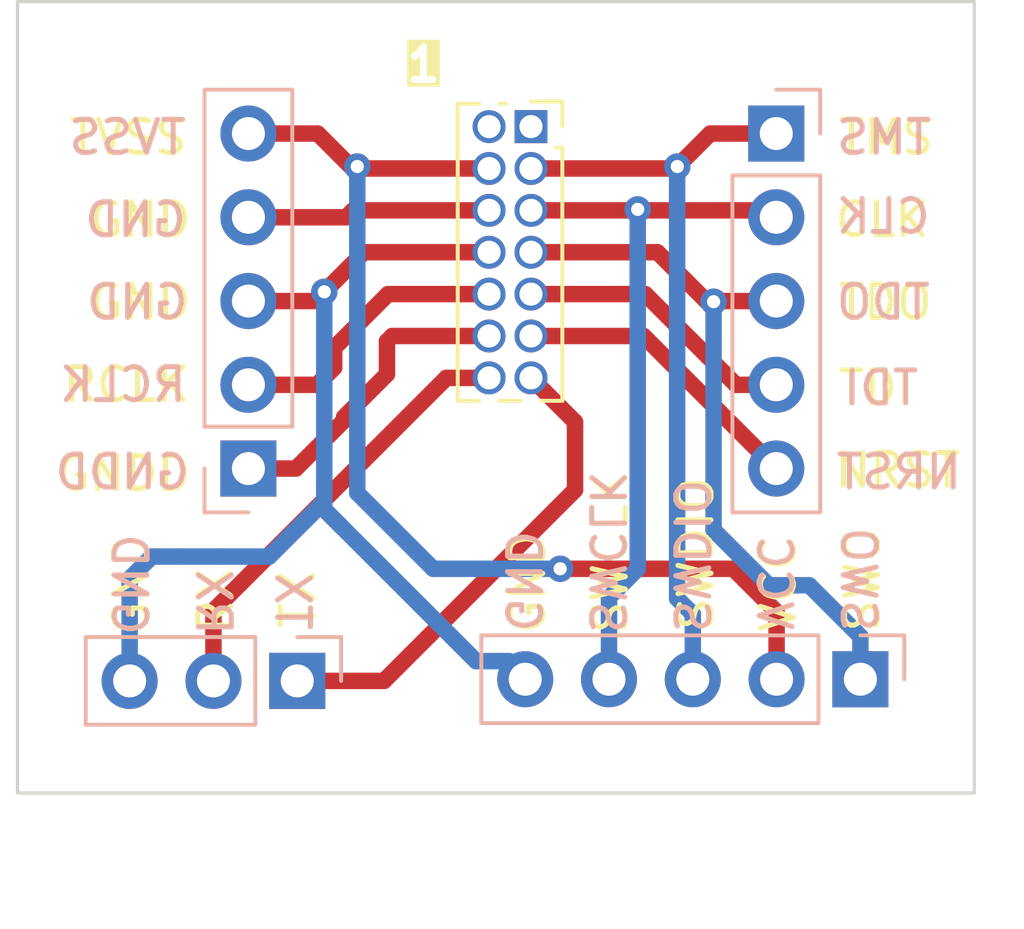
<source format=kicad_pcb>
(kicad_pcb (version 20221018) (generator pcbnew)
  (layers (0 "F.Cu" signal) (31 "B.Cu" signal) (34 "B.Paste" user) (35 "F.Paste" user) (36 "B.SilkS" user "B.Silkscreen") (37 "F.SilkS" user "F.Silkscreen") (38 "B.Mask" user) (39 "F.Mask" user) (44 "Edge.Cuts" user))
  (net 0 "")
  (net 3 "/T_VCC")
  (net 4 "/T_JTMS{slash}T_SWDIO")
  (net 5 "/T_JCLK{slash}T_SWCLK")
  (net 6 "/T_JTDO{slash}T_SWO")
  (net 7 "/T_JRCLK")
  (net 8 "/T_JTDI{slash}NC")
  (net 9 "/GNDDETECT")
  (net 10 "/T_NRST")
  (net 11 "/T_VCP_RX")
  (net 12 "/T_VCP_TX")
  (net 13 "/GND1")
  (net 14 "/GND2")
  (footprint "Connector_PinSocket_1.27mm:PinSocket_2x07_P1.27mm_Vertical" (layer "F.Cu") (at 208.565 97.79)
    (fp_text reference "J1")
    (fp_text value "Conn_02x07_Odd_Even")
    (fp_line (start -2.22 -0.695) (end -2.22 8.315) (stroke (width 0.12)) (layer "F.SilkS"))
    (fp_line (start -2.22 -0.695) (end -1.57753 -0.695) (stroke (width 0.12)) (layer "F.SilkS"))
    (fp_line (start -2.22 8.315) (end -1.57753 8.315) (stroke (width 0.12)) (layer "F.SilkS"))
    (fp_line (start -0.96247 -0.695) (end -0.76 -0.695) (stroke (width 0.12)) (layer "F.SilkS"))
    (fp_line (start -0.96247 8.315) (end -0.30753 8.315) (stroke (width 0.12)) (layer "F.SilkS"))
    (fp_line (start 0 -0.76) (end 0.95 -0.76) (stroke (width 0.12)) (layer "F.SilkS"))
    (fp_line (start 0.30753 8.315) (end 0.95 8.315) (stroke (width 0.12)) (layer "F.SilkS"))
    (fp_line (start 0.76 0.635) (end 0.95 0.635) (stroke (width 0.12)) (layer "F.SilkS"))
    (fp_line (start 0.95 -0.76) (end 0.95 0) (stroke (width 0.12)) (layer "F.SilkS"))
    (fp_line (start 0.95 0.635) (end 0.95 8.315) (stroke (width 0.12)) (layer "F.SilkS"))
    (pad "1" thru_hole rect (at 0 0) (size 1 1) (drill 0.7) (layers "*.Cu" "*.Mask"))
    (pad "2" thru_hole oval (at -1.27 0) (size 1 1) (drill 0.7) (layers "*.Cu" "*.Mask"))
    (pad "3" thru_hole oval (at 0 1.27) (size 1 1) (drill 0.7) (layers "*.Cu" "*.Mask") (net 4 "/T_JTMS{slash}T_SWDIO"))
    (pad "4" thru_hole oval (at -1.27 1.27) (size 1 1) (drill 0.7) (layers "*.Cu" "*.Mask") (net 3 "/T_VCC"))
    (pad "5" thru_hole oval (at 0 2.54) (size 1 1) (drill 0.7) (layers "*.Cu" "*.Mask") (net 5 "/T_JCLK{slash}T_SWCLK"))
    (pad "6" thru_hole oval (at -1.27 2.54) (size 1 1) (drill 0.7) (layers "*.Cu" "*.Mask") (net 13 "/GND1"))
    (pad "7" thru_hole oval (at 0 3.81) (size 1 1) (drill 0.7) (layers "*.Cu" "*.Mask") (net 6 "/T_JTDO{slash}T_SWO"))
    (pad "8" thru_hole oval (at -1.27 3.81) (size 1 1) (drill 0.7) (layers "*.Cu" "*.Mask") (net 14 "/GND2"))
    (pad "9" thru_hole oval (at 0 5.08) (size 1 1) (drill 0.7) (layers "*.Cu" "*.Mask") (net 8 "/T_JTDI{slash}NC"))
    (pad "10" thru_hole oval (at -1.27 5.08) (size 1 1) (drill 0.7) (layers "*.Cu" "*.Mask") (net 7 "/T_JRCLK"))
    (pad "11" thru_hole oval (at 0 6.35) (size 1 1) (drill 0.7) (layers "*.Cu" "*.Mask") (net 10 "/T_NRST"))
    (pad "12" thru_hole oval (at -1.27 6.35) (size 1 1) (drill 0.7) (layers "*.Cu" "*.Mask") (net 9 "/GNDDETECT"))
    (pad "13" thru_hole oval (at 0 7.62) (size 1 1) (drill 0.7) (layers "*.Cu" "*.Mask") (net 12 "/T_VCP_TX"))
    (pad "14" thru_hole oval (at -1.27 7.62) (size 1 1) (drill 0.7) (layers "*.Cu" "*.Mask") (net 11 "/T_VCP_RX"))
  )
  (footprint "Connector_PinSocket_2.54mm:PinSocket_1x03_P2.54mm_Vertical" (layer "B.Cu") (at 201.48 114.6 90)
    (fp_text reference "J5")
    (fp_text value "Conn_01x03_Socket")
    (fp_line (start -1.33 -6.41) (end 1.33 -6.41) (stroke (width 0.12)) (layer "B.SilkS"))
    (fp_line (start -1.33 -1.27) (end -1.33 -6.41) (stroke (width 0.12)) (layer "B.SilkS"))
    (fp_line (start -1.33 -1.27) (end 1.33 -1.27) (stroke (width 0.12)) (layer "B.SilkS"))
    (fp_line (start 0 1.33) (end 1.33 1.33) (stroke (width 0.12)) (layer "B.SilkS"))
    (fp_line (start 1.33 -1.27) (end 1.33 -6.41) (stroke (width 0.12)) (layer "B.SilkS"))
    (fp_line (start 1.33 1.33) (end 1.33 0) (stroke (width 0.12)) (layer "B.SilkS"))
    (pad "1" thru_hole rect (at 0 0 90) (size 1.7 1.7) (drill 1) (layers "*.Cu" "*.Mask") (net 12 "/T_VCP_TX"))
    (pad "2" thru_hole oval (at 0 -2.54 90) (size 1.7 1.7) (drill 1) (layers "*.Cu" "*.Mask") (net 11 "/T_VCP_RX"))
    (pad "3" thru_hole oval (at 0 -5.08 90) (size 1.7 1.7) (drill 1) (layers "*.Cu" "*.Mask") (net 14 "/GND2"))
  )
  (footprint "Connector_PinHeader_2.54mm:PinHeader_1x05_P2.54mm_Vertical" (layer "B.Cu") (at 216 98 180)
    (fp_text reference "J2")
    (fp_text value "Conn_01x05_Socket")
    (fp_line (start -1.33 -11.49) (end 1.33 -11.49) (stroke (width 0.12)) (layer "B.SilkS"))
    (fp_line (start -1.33 -1.27) (end -1.33 -11.49) (stroke (width 0.12)) (layer "B.SilkS"))
    (fp_line (start -1.33 -1.27) (end 1.33 -1.27) (stroke (width 0.12)) (layer "B.SilkS"))
    (fp_line (start -1.33 0) (end -1.33 1.33) (stroke (width 0.12)) (layer "B.SilkS"))
    (fp_line (start -1.33 1.33) (end 0 1.33) (stroke (width 0.12)) (layer "B.SilkS"))
    (fp_line (start 1.33 -1.27) (end 1.33 -11.49) (stroke (width 0.12)) (layer "B.SilkS"))
    (pad "1" thru_hole rect (at 0 0 180) (size 1.7 1.7) (drill 1) (layers "*.Cu" "*.Mask") (net 4 "/T_JTMS{slash}T_SWDIO"))
    (pad "2" thru_hole oval (at 0 -2.54 180) (size 1.7 1.7) (drill 1) (layers "*.Cu" "*.Mask") (net 5 "/T_JCLK{slash}T_SWCLK"))
    (pad "3" thru_hole oval (at 0 -5.08 180) (size 1.7 1.7) (drill 1) (layers "*.Cu" "*.Mask") (net 6 "/T_JTDO{slash}T_SWO"))
    (pad "4" thru_hole oval (at 0 -7.62 180) (size 1.7 1.7) (drill 1) (layers "*.Cu" "*.Mask") (net 8 "/T_JTDI{slash}NC"))
    (pad "5" thru_hole oval (at 0 -10.16 180) (size 1.7 1.7) (drill 1) (layers "*.Cu" "*.Mask") (net 10 "/T_NRST"))
  )
  (footprint "Connector_PinSocket_2.54mm:PinSocket_1x05_P2.54mm_Vertical" (layer "B.Cu") (at 218.55 114.55 90)
    (fp_text reference "J4")
    (fp_text value "Conn_01x05_Socket")
    (fp_line (start -1.33 -11.49) (end 1.33 -11.49) (stroke (width 0.12)) (layer "B.SilkS"))
    (fp_line (start -1.33 -1.27) (end -1.33 -11.49) (stroke (width 0.12)) (layer "B.SilkS"))
    (fp_line (start -1.33 -1.27) (end 1.33 -1.27) (stroke (width 0.12)) (layer "B.SilkS"))
    (fp_line (start 0 1.33) (end 1.33 1.33) (stroke (width 0.12)) (layer "B.SilkS"))
    (fp_line (start 1.33 -1.27) (end 1.33 -11.49) (stroke (width 0.12)) (layer "B.SilkS"))
    (fp_line (start 1.33 1.33) (end 1.33 0) (stroke (width 0.12)) (layer "B.SilkS"))
    (pad "1" thru_hole rect (at 0 0 90) (size 1.7 1.7) (drill 1) (layers "*.Cu" "*.Mask") (net 6 "/T_JTDO{slash}T_SWO"))
    (pad "2" thru_hole oval (at 0 -2.54 90) (size 1.7 1.7) (drill 1) (layers "*.Cu" "*.Mask") (net 3 "/T_VCC"))
    (pad "3" thru_hole oval (at 0 -5.08 90) (size 1.7 1.7) (drill 1) (layers "*.Cu" "*.Mask") (net 4 "/T_JTMS{slash}T_SWDIO"))
    (pad "4" thru_hole oval (at 0 -7.62 90) (size 1.7 1.7) (drill 1) (layers "*.Cu" "*.Mask") (net 5 "/T_JCLK{slash}T_SWCLK"))
    (pad "5" thru_hole oval (at 0 -10.16 90) (size 1.7 1.7) (drill 1) (layers "*.Cu" "*.Mask") (net 14 "/GND2"))
  )
  (footprint "Connector_PinHeader_2.54mm:PinHeader_1x05_P2.54mm_Vertical" (layer "B.Cu") (at 200 108.16)
    (fp_text reference "J3")
    (fp_text value "Conn_01x05_Socket")
    (fp_line (start -1.33 -11.49) (end 1.33 -11.49) (stroke (width 0.12)) (layer "B.SilkS"))
    (fp_line (start -1.33 -1.27) (end -1.33 -11.49) (stroke (width 0.12)) (layer "B.SilkS"))
    (fp_line (start -1.33 -1.27) (end 1.33 -1.27) (stroke (width 0.12)) (layer "B.SilkS"))
    (fp_line (start -1.33 0) (end -1.33 1.33) (stroke (width 0.12)) (layer "B.SilkS"))
    (fp_line (start -1.33 1.33) (end 0 1.33) (stroke (width 0.12)) (layer "B.SilkS"))
    (fp_line (start 1.33 -1.27) (end 1.33 -11.49) (stroke (width 0.12)) (layer "B.SilkS"))
    (pad "1" thru_hole rect (at 0 0) (size 1.7 1.7) (drill 1) (layers "*.Cu" "*.Mask") (net 9 "/GNDDETECT"))
    (pad "2" thru_hole oval (at 0 -2.54) (size 1.7 1.7) (drill 1) (layers "*.Cu" "*.Mask") (net 7 "/T_JRCLK"))
    (pad "3" thru_hole oval (at 0 -5.08) (size 1.7 1.7) (drill 1) (layers "*.Cu" "*.Mask") (net 14 "/GND2"))
    (pad "4" thru_hole oval (at 0 -7.62) (size 1.7 1.7) (drill 1) (layers "*.Cu" "*.Mask") (net 13 "/GND1"))
    (pad "5" thru_hole oval (at 0 -10.16) (size 1.7 1.7) (drill 1) (layers "*.Cu" "*.Mask") (net 3 "/T_VCC"))
  )
  (gr_line (start 193 94) (end 222 94) (stroke (width 0.1)) (layer "Edge.Cuts"))
  (gr_line (start 222 94) (end 222 118) (stroke (width 0.1)) (layer "Edge.Cuts"))
  (gr_line (start 193 118) (end 193 94) (stroke (width 0.1)) (layer "Edge.Cuts"))
  (gr_line (start 222 118) (end 193 118) (stroke (width 0.1)) (layer "Edge.Cuts"))
  (gr_text "SWDIO" (at 212.825 113.225 270) (layer "B.SilkS") (effects (font (size 1 1) (thickness 0.153)) (justify left bottom mirror)))
  (gr_text "GNDD" (at 198.3 108.85) (layer "B.SilkS") (effects (font (size 1 1) (thickness 0.153)) (justify left bottom mirror)))
  (gr_text "TDI" (at 220.4 106.3) (layer "B.SilkS") (effects (font (size 1 1) (thickness 0.153)) (justify left bottom mirror)))
  (gr_text "RX" (at 198.35 113.3 -90) (layer "B.SilkS") (effects (font (size 1 1) (thickness 0.153)) (justify left bottom mirror)))
  (gr_text "VCC" (at 215.35 113.15 -90) (layer "B.SilkS") (effects (font (size 1 1) (thickness 0.153)) (justify left bottom mirror)))
  (gr_text "TMS" (at 220.8 98.7) (layer "B.SilkS") (effects (font (size 1 1) (thickness 0.153)) (justify left bottom mirror)))
  (gr_text "TVSS" (at 198.2 98.7) (layer "B.SilkS") (effects (font (size 1 1) (thickness 0.153)) (justify left bottom mirror)))
  (gr_text "GND" (at 198.2 101.2) (layer "B.SilkS") (effects (font (size 1 1) (thickness 0.153)) (justify left bottom mirror)))
  (gr_text "GND" (at 207.725 113.2 270) (layer "B.SilkS") (effects (font (size 1 1) (thickness 0.153)) (justify left bottom mirror)))
  (gr_text "GND" (at 198.25 103.7) (layer "B.SilkS") (effects (font (size 1 1) (thickness 0.153)) (justify left bottom mirror)))
  (gr_text "SWO" (at 217.9 113.2 -90) (layer "B.SilkS") (effects (font (size 1 1) (thickness 0.153)) (justify left bottom mirror)))
  (gr_text "TX" (at 200.75 113.15 270) (layer "B.SilkS") (effects (font (size 1 1) (thickness 0.153)) (justify left bottom mirror)))
  (gr_text "NRST" (at 221.7 108.85) (layer "B.SilkS") (effects (font (size 1 1) (thickness 0.153)) (justify left bottom mirror)))
  (gr_text "CLK" (at 220.75 101.1) (layer "B.SilkS") (effects (font (size 1 1) (thickness 0.153)) (justify left bottom mirror)))
  (gr_text "GND" (at 195.8 113.3 -90) (layer "B.SilkS") (effects (font (size 1 1) (thickness 0.153)) (justify left bottom mirror)))
  (gr_text "RCLK" (at 198.2 106.2) (layer "B.SilkS") (effects (font (size 1 1) (thickness 0.153)) (justify left bottom mirror)))
  (gr_text "TDO" (at 220.75 103.7) (layer "B.SilkS") (effects (font (size 1 1) (thickness 0.153)) (justify left bottom mirror)))
  (gr_text "SWCLK" (at 210.275 113.25 270) (layer "B.SilkS") (effects (font (size 1 1) (thickness 0.153)) (justify left bottom mirror)))
  (gr_text "GND" (at 209.05 113.25 90) (layer "F.SilkS") (effects (font (size 1 1) (thickness 0.153)) (justify left bottom)))
  (gr_text "GND" (at 195.1 101.2) (layer "F.SilkS") (effects (font (size 1 1) (thickness 0.153)) (justify left bottom)))
  (gr_text "CLK" (at 217.7 101.2) (layer "F.SilkS") (effects (font (size 1 1) (thickness 0.153)) (justify left bottom)))
  (gr_text "TMS" (at 217.8 98.7) (layer "F.SilkS") (effects (font (size 1 1) (thickness 0.153)) (justify left bottom)))
  (gr_text "GNDD" (at 194.1 108.9) (layer "F.SilkS") (effects (font (size 1 1) (thickness 0.153)) (justify left bottom)))
  (gr_text "1" (at 204.7 96.5) (layer "F.SilkS" knockout) (effects (font (size 1 1) (thickness 0.2) bold) (justify left bottom)))
  (gr_text "NRST" (at 217.7 108.8) (layer "F.SilkS") (effects (font (size 1 1) (thickness 0.153)) (justify left bottom)))
  (gr_text "GND" (at 195.1 103.7) (layer "F.SilkS") (effects (font (size 1 1) (thickness 0.153)) (justify left bottom)))
  (gr_text "GND" (at 197.04 113.3 90) (layer "F.SilkS") (effects (font (size 1 1) (thickness 0.153)) (justify left bottom)))
  (gr_text "VCC" (at 216.65 113.2 90) (layer "F.SilkS") (effects (font (size 1 1) (thickness 0.153)) (justify left bottom)))
  (gr_text "SWDIO" (at 214.15 113.15 90) (layer "F.SilkS") (effects (font (size 1 1) (thickness 0.153)) (justify left bottom)))
  (gr_text "RX" (at 199.59 113.25 90) (layer "F.SilkS") (effects (font (size 1 1) (thickness 0.153)) (justify left bottom)))
  (gr_text "RCLK" (at 194.3 106.2) (layer "F.SilkS") (effects (font (size 1 1) (thickness 0.153)) (justify left bottom)))
  (gr_text "TVSS" (at 194.5 98.7) (layer "F.SilkS") (effects (font (size 1 1) (thickness 0.153)) (justify left bottom)))
  (gr_text "SWCLK" (at 211.55 113.25 90) (layer "F.SilkS") (effects (font (size 1 1) (thickness 0.153)) (justify left bottom)))
  (gr_text "TX" (at 202.09 113.1 90) (layer "F.SilkS") (effects (font (size 1 1) (thickness 0.153)) (justify left bottom)))
  (gr_text "TDO" (at 217.8 103.7) (layer "F.SilkS") (effects (font (size 1 1) (thickness 0.153)) (justify left bottom)))
  (gr_text "TDI" (at 217.8 106.3) (layer "F.SilkS") (effects (font (size 1 1) (thickness 0.153)) (justify left bottom)))
  (gr_text "SWO" (at 219.2 113.2 90) (layer "F.SilkS") (effects (font (size 1 1) (thickness 0.153)) (justify left bottom)))
  (segment (start 216.01 112.51) (end 214.7 111.2) (width 0.5) (layer "F.Cu") (net 3))
  (segment (start 203.16 99.06) (end 207.295 99.06) (width 0.5) (layer "F.Cu") (net 3))
  (segment (start 216.01 114.55) (end 216.01 112.51) (width 0.5) (layer "F.Cu") (net 3))
  (segment (start 202.1 98) (end 203.16 99.06) (width 0.5) (layer "F.Cu") (net 3))
  (segment (start 200 98) (end 202.1 98) (width 0.5) (layer "F.Cu") (net 3))
  (segment (start 214.7 111.2) (end 209.45 111.2) (width 0.5) (layer "F.Cu") (net 3))
  (via (at 203.3 99) (size 0.8) (drill 0.4) (layers "F.Cu" "B.Cu") (net 3))
  (via (at 209.45 111.2) (size 0.8) (drill 0.4) (layers "F.Cu" "B.Cu") (net 3))
  (segment (start 203.3 108.9) (end 203.3 99) (width 0.5) (layer "B.Cu") (net 3))
  (segment (start 209.45 111.2) (end 205.6 111.2) (width 0.5) (layer "B.Cu") (net 3))
  (segment (start 205.6 111.2) (end 203.3 108.9) (width 0.5) (layer "B.Cu") (net 3))
  (segment (start 216 98) (end 214 98) (width 0.5) (layer "F.Cu") (net 4))
  (segment (start 212.94 99.06) (end 208.565 99.06) (width 0.5) (layer "F.Cu") (net 4))
  (segment (start 214 98) (end 212.94 99.06) (width 0.5) (layer "F.Cu") (net 4))
  (via (at 213 99) (size 0.8) (drill 0.4) (layers "F.Cu" "B.Cu") (net 4))
  (segment (start 213.47 112.575) (end 212.995 112.1) (width 0.5) (layer "B.Cu") (net 4))
  (segment (start 213.47 114.55) (end 213.47 112.575) (width 0.5) (layer "B.Cu") (net 4))
  (segment (start 212.995 99.005) (end 213 99) (width 0.5) (layer "B.Cu") (net 4))
  (segment (start 212.995 112.1) (end 212.995 99.005) (width 0.5) (layer "B.Cu") (net 4))
  (segment (start 216 100.54) (end 215.79 100.33) (width 0.5) (layer "F.Cu") (net 5))
  (segment (start 215.79 100.33) (end 208.565 100.33) (width 0.5) (layer "F.Cu") (net 5))
  (via (at 211.8 100.3) (size 0.8) (drill 0.4) (layers "F.Cu" "B.Cu") (net 5))
  (segment (start 211.8 111.2) (end 211.8 110.9) (width 0.5) (layer "B.Cu") (net 5))
  (segment (start 210.93 114.55) (end 210.93 112.07) (width 0.5) (layer "B.Cu") (net 5))
  (segment (start 211.8 110.9) (end 211.8 100.3) (width 0.5) (layer "B.Cu") (net 5))
  (segment (start 210.93 112.07) (end 211.8 111.2) (width 0.5) (layer "B.Cu") (net 5))
  (segment (start 216 103.08) (end 213.88 103.08) (width 0.5) (layer "F.Cu") (net 6))
  (segment (start 213.88 103.08) (end 212.4 101.6) (width 0.5) (layer "F.Cu") (net 6))
  (segment (start 212.4 101.6) (end 208.565 101.6) (width 0.5) (layer "F.Cu") (net 6))
  (via (at 214.1 103.1) (size 0.8) (drill 0.4) (layers "F.Cu" "B.Cu") (net 6))
  (segment (start 217 111.7) (end 218.55 113.25) (width 0.5) (layer "B.Cu") (net 6))
  (segment (start 215.775 111.7) (end 217 111.7) (width 0.5) (layer "B.Cu") (net 6))
  (segment (start 214.1 110.025) (end 215.775 111.7) (width 0.5) (layer "B.Cu") (net 6))
  (segment (start 214.1 110.025) (end 214.1 103.1) (width 0.5) (layer "B.Cu") (net 6))
  (segment (start 218.55 113.25) (end 218.55 114.55) (width 0.5) (layer "B.Cu") (net 6))
  (segment (start 202.6 104.5) (end 204.23 102.87) (width 0.5) (layer "F.Cu") (net 7))
  (segment (start 204.23 102.87) (end 207.295 102.87) (width 0.5) (layer "F.Cu") (net 7))
  (segment (start 202.6 105.1) (end 202.6 104.5) (width 0.5) (layer "F.Cu") (net 7))
  (segment (start 200 105.62) (end 202.08 105.62) (width 0.5) (layer "F.Cu") (net 7))
  (segment (start 202.08 105.62) (end 202.6 105.1) (width 0.5) (layer "F.Cu") (net 7))
  (segment (start 212.03 102.87) (end 208.565 102.87) (width 0.5) (layer "F.Cu") (net 8))
  (segment (start 214.78 105.62) (end 212.03 102.87) (width 0.5) (layer "F.Cu") (net 8))
  (segment (start 216 105.62) (end 214.78 105.62) (width 0.5) (layer "F.Cu") (net 8))
  (segment (start 201.44 108.16) (end 202.9 106.7) (width 0.5) (layer "F.Cu") (net 9))
  (segment (start 204.36 104.14) (end 207.295 104.14) (width 0.5) (layer "F.Cu") (net 9))
  (segment (start 202.9 106.6) (end 204.2 105.3) (width 0.5) (layer "F.Cu") (net 9))
  (segment (start 204.2 104.3) (end 204.36 104.14) (width 0.5) (layer "F.Cu") (net 9))
  (segment (start 204.2 105.3) (end 204.2 104.3) (width 0.5) (layer "F.Cu") (net 9))
  (segment (start 200 108.16) (end 201.44 108.16) (width 0.5) (layer "F.Cu") (net 9))
  (segment (start 202.9 106.7) (end 202.9 106.6) (width 0.5) (layer "F.Cu") (net 9))
  (segment (start 216 108.16) (end 211.98 104.14) (width 0.5) (layer "F.Cu") (net 10))
  (segment (start 211.98 104.14) (end 208.565 104.14) (width 0.5) (layer "F.Cu") (net 10))
  (segment (start 198.94 112.47) (end 206 105.41) (width 0.5) (layer "F.Cu") (net 11))
  (segment (start 198.94 114.6) (end 198.94 112.47) (width 0.5) (layer "F.Cu") (net 11))
  (segment (start 206 105.41) (end 207.295 105.41) (width 0.5) (layer "F.Cu") (net 11))
  (segment (start 209.9 106.9) (end 209.9 106.745) (width 0.5) (layer "F.Cu") (net 12))
  (segment (start 201.48 114.6) (end 204.11 114.6) (width 0.5) (layer "F.Cu") (net 12))
  (segment (start 209.9 108.81) (end 209.9 106.9) (width 0.5) (layer "F.Cu") (net 12))
  (segment (start 204.11 114.6) (end 209.9 108.81) (width 0.5) (layer "F.Cu") (net 12))
  (segment (start 209.9 106.745) (end 208.565 105.41) (width 0.5) (layer "F.Cu") (net 12))
  (segment (start 200 100.54) (end 202.96 100.54) (width 0.5) (layer "F.Cu") (net 13))
  (segment (start 203.17 100.33) (end 207.295 100.33) (width 0.5) (layer "F.Cu") (net 13))
  (segment (start 202.96 100.54) (end 203.17 100.33) (width 0.5) (layer "F.Cu") (net 13))
  (segment (start 200 103.08) (end 202.02 103.08) (width 0.5) (layer "F.Cu") (net 14))
  (segment (start 203.5 101.6) (end 207.295 101.6) (width 0.5) (layer "F.Cu") (net 14))
  (segment (start 202.02 103.08) (end 203.5 101.6) (width 0.5) (layer "F.Cu") (net 14))
  (via (at 202.3 102.8) (size 0.8) (drill 0.4) (layers "F.Cu" "B.Cu") (net 14))
  (segment (start 199.17 110.83) (end 197.97 110.83) (width 0.5) (layer "B.Cu") (net 14))
  (segment (start 201.58 109.88) (end 202.18 109.28) (width 0.5) (layer "B.Cu") (net 14))
  (segment (start 202.3 109.16) (end 202.3 108.6) (width 0.5) (layer "B.Cu") (net 14))
  (segment (start 202.3 109.4) (end 202.3 108.6) (width 0.5) (layer "B.Cu") (net 14))
  (segment (start 202.8 109.9) (end 202.18 109.28) (width 0.5) (layer "B.Cu") (net 14))
  (segment (start 202.18 109.28) (end 202.3 109.16) (width 0.5) (layer "B.Cu") (net 14))
  (segment (start 199.17 110.83) (end 200.63 110.83) (width 0.5) (layer "B.Cu") (net 14))
  (segment (start 197.07 110.83) (end 197.97 110.83) (width 0.5) (layer "B.Cu") (net 14))
  (segment (start 201.58 109.88) (end 202.3 109.16) (width 0.5) (layer "B.Cu") (net 14))
  (segment (start 196.4 114.6) (end 196.4 111.5) (width 0.5) (layer "B.Cu") (net 14))
  (segment (start 200.63 110.83) (end 201.58 109.88) (width 0.5) (layer "B.Cu") (net 14))
  (segment (start 207.915 114) (end 206.9 114) (width 0.5) (layer "B.Cu") (net 14))
  (segment (start 202.8 109.9) (end 202.3 109.4) (width 0.5) (layer "B.Cu") (net 14))
  (segment (start 196.4 111.5) (end 197.07 110.83) (width 0.5) (layer "B.Cu") (net 14))
  (segment (start 206.9 114) (end 202.8 109.9) (width 0.5) (layer "B.Cu") (net 14))
  (segment (start 202.3 109.16) (end 202.3 109.4) (width 0.5) (layer "B.Cu") (net 14))
  (segment (start 202.3 108.6) (end 202.3 102.8) (width 0.5) (layer "B.Cu") (net 14))
)
</source>
